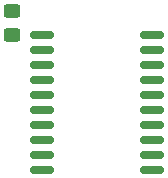
<source format=gbr>
%TF.GenerationSoftware,KiCad,Pcbnew,6.0.11+dfsg-1~bpo11+1*%
%TF.CreationDate,2024-04-18T21:43:09+09:00*%
%TF.ProjectId,pcb-devboard,7063622d-6465-4766-926f-6172642e6b69,rev?*%
%TF.SameCoordinates,Original*%
%TF.FileFunction,Paste,Top*%
%TF.FilePolarity,Positive*%
%FSLAX46Y46*%
G04 Gerber Fmt 4.6, Leading zero omitted, Abs format (unit mm)*
G04 Created by KiCad (PCBNEW 6.0.11+dfsg-1~bpo11+1) date 2024-04-18 21:43:09*
%MOMM*%
%LPD*%
G01*
G04 APERTURE LIST*
G04 Aperture macros list*
%AMRoundRect*
0 Rectangle with rounded corners*
0 $1 Rounding radius*
0 $2 $3 $4 $5 $6 $7 $8 $9 X,Y pos of 4 corners*
0 Add a 4 corners polygon primitive as box body*
4,1,4,$2,$3,$4,$5,$6,$7,$8,$9,$2,$3,0*
0 Add four circle primitives for the rounded corners*
1,1,$1+$1,$2,$3*
1,1,$1+$1,$4,$5*
1,1,$1+$1,$6,$7*
1,1,$1+$1,$8,$9*
0 Add four rect primitives between the rounded corners*
20,1,$1+$1,$2,$3,$4,$5,0*
20,1,$1+$1,$4,$5,$6,$7,0*
20,1,$1+$1,$6,$7,$8,$9,0*
20,1,$1+$1,$8,$9,$2,$3,0*%
G04 Aperture macros list end*
%ADD10RoundRect,0.250000X0.450000X-0.325000X0.450000X0.325000X-0.450000X0.325000X-0.450000X-0.325000X0*%
%ADD11RoundRect,0.150000X-0.875000X-0.150000X0.875000X-0.150000X0.875000X0.150000X-0.875000X0.150000X0*%
G04 APERTURE END LIST*
D10*
%TO.C,C3*%
X105918000Y-97037000D03*
X105918000Y-94987000D03*
%TD*%
D11*
%TO.C,U2*%
X108429000Y-97028000D03*
X108429000Y-98298000D03*
X108429000Y-99568000D03*
X108429000Y-100838000D03*
X108429000Y-102108000D03*
X108429000Y-103378000D03*
X108429000Y-104648000D03*
X108429000Y-105918000D03*
X108429000Y-107188000D03*
X108429000Y-108458000D03*
X117729000Y-108458000D03*
X117729000Y-107188000D03*
X117729000Y-105918000D03*
X117729000Y-104648000D03*
X117729000Y-103378000D03*
X117729000Y-102108000D03*
X117729000Y-100838000D03*
X117729000Y-99568000D03*
X117729000Y-98298000D03*
X117729000Y-97028000D03*
%TD*%
M02*

</source>
